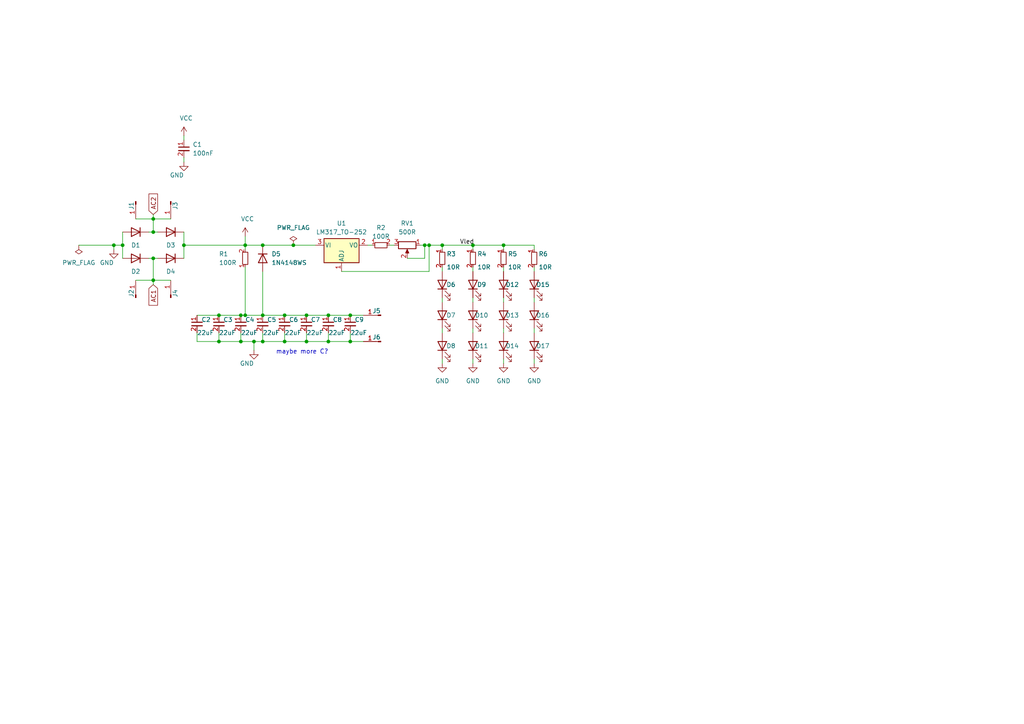
<source format=kicad_sch>
(kicad_sch (version 20231120) (generator "eeschema") (generator_version "8.0")
  (paper "A4")
  (lib_symbols
    (symbol "Connector:Conn_01x01_Pin" (pin_names (offset 1.016) hide)
      (property "Reference" "J" (at 0 2.54 0))
      (property "Value" "Conn_01x01_Pin" (at 0 -2.54 0))
      (symbol "Conn_01x01_Pin_1_1"
        (polyline (pts (xy 1.27 0) (xy 0.8636 0)) (stroke (width 0.1524)))
        (rectangle (start 0.8636 0.127) (end 0 -0.127) (stroke (width 0.1524)) (fill (type outline)))
        (pin passive line (at 5.08 0 180) (length 3.81) (name "Pin_1") (number "1"))
      )
    )
    (symbol "Device:LED" (pin_numbers hide) (pin_names (offset 1.016) hide)
      (property "Reference" "D" (at 0 2.54 0))
      (property "Value" "LED" (at 0 -2.54 0))
      (symbol "LED_0_1"
        (polyline (pts (xy -1.27 -1.27) (xy -1.27 1.27)) (stroke (width 0.254)))
        (polyline (pts (xy -1.27 0) (xy 1.27 0)))
        (polyline (pts (xy 1.27 -1.27) (xy 1.27 1.27) (xy -1.27 0) (xy 1.27 -1.27)) (stroke (width 0.254)))
        (polyline (pts (xy -3.048 -0.762) (xy -4.572 -2.286) (xy -3.81 -2.286) (xy -4.572 -2.286) (xy -4.572 -1.524)))
        (polyline (pts (xy -1.778 -0.762) (xy -3.302 -2.286) (xy -2.54 -2.286) (xy -3.302 -2.286) (xy -3.302 -1.524)))
      )
      (symbol "LED_1_1"
        (pin passive line (at -3.81 0 0) (length 2.54) (name "K") (number "1"))
        (pin passive line (at 3.81 0 180) (length 2.54) (name "A") (number "2"))
      )
    )
    (symbol "Device:R_Potentiometer" (pin_names (offset 1.016) hide)
      (property "Reference" "RV" (at -4.445 0 90))
      (property "Value" "R_Potentiometer" (at -2.54 0 90))
      (symbol "R_Potentiometer_0_1"
        (polyline (pts (xy 2.54 0) (xy 1.524 0)))
        (polyline (pts (xy 1.143 0) (xy 2.286 0.508) (xy 2.286 -0.508) (xy 1.143 0)) (fill (type outline)))
        (rectangle (start 1.016 2.54) (end -1.016 -2.54) (stroke (width 0.254)))
      )
      (symbol "R_Potentiometer_1_1"
        (pin passive line (at 0 3.81 270) (length 1.27) (name "1") (number "1"))
        (pin passive line (at 3.81 0 180) (length 1.27) (name "2") (number "2"))
        (pin passive line (at 0 -3.81 90) (length 1.27) (name "3") (number "3"))
      )
    )
    (symbol "Regulator_Linear:LM317_TO-252" (pin_names (offset 0.254))
      (property "Reference" "U" (at -3.81 3.175 0))
      (property "Value" "LM317_TO-252" (at 0 3.175 0))
      (symbol "LM317_TO-252_0_1"
        (rectangle (start -5.08 1.905) (end 5.08 -5.08) (stroke (width 0.254)) (fill (type background)))
      )
      (symbol "LM317_TO-252_1_1"
        (pin input line (at 0 -7.62 90) (length 2.54) (name "ADJ") (number "1"))
        (pin power_out line (at 7.62 0 180) (length 2.54) (name "VO") (number "2"))
        (pin power_in line (at -7.62 0 0) (length 2.54) (name "VI") (number "3"))
      )
    )
    (symbol "capacitor_miscellaneous:C_0603_100nF"
      (property "Reference" "U" (at 1.27 2.54 0))
      (property "Value" "100nF" (at 3.81 -2.54 0))
      (property "JLCPCB Part#" "C14663" (at 0 0 0))
      (symbol "C_0603_100nF_0_1"
        (polyline (pts (xy -1.524 -0.508) (xy 1.524 -0.508)) (stroke (width 0.3302)))
        (polyline (pts (xy -1.524 0.508) (xy 1.524 0.508)) (stroke (width 0.3048)))
      )
      (symbol "C_0603_100nF_1_1"
        (pin passive line (at 0 2.54 270) (length 2.032) (name "~") (number "1"))
        (pin passive line (at 0 -2.54 90) (length 2.032) (name "~") (number "2"))
      )
    )
    (symbol "capacitor_miscellaneous:C_1206_47uF"
      (property "Reference" "C" (at 1.27 2.54 0))
      (property "Value" "47uF" (at 3.81 -2.54 0))
      (property "JLCPCB Part#" "C96123" (at 0 0 0))
      (symbol "C_1206_47uF_0_1"
        (polyline (pts (xy -1.524 -0.508) (xy 1.524 -0.508)) (stroke (width 0.3302)))
        (polyline (pts (xy -1.524 0.508) (xy 1.524 0.508)) (stroke (width 0.3048)))
      )
      (symbol "C_1206_47uF_1_1"
        (pin passive line (at 0 2.54 270) (length 2.032) (name "~") (number "1"))
        (pin passive line (at 0 -2.54 90) (length 2.032) (name "~") (number "2"))
      )
    )
    (symbol "custom_kicad_lib_sk:1N4148WS" (pin_numbers hide) (pin_names hide)
      (property "Reference" "D" (at 0 2.54 0))
      (property "Value" "1N4148WS" (at 0 -2.54 0))
      (symbol "1N4148WS_0_1"
        (polyline (pts (xy -1.27 1.27) (xy -1.27 -1.27)) (stroke (width 0.254)))
        (polyline (pts (xy 1.27 0) (xy -1.27 0)))
        (polyline (pts (xy 1.27 1.27) (xy 1.27 -1.27) (xy -1.27 0) (xy 1.27 1.27)) (stroke (width 0.254)))
      )
      (symbol "1N4148WS_1_1"
        (pin passive line (at -3.81 0 0) (length 2.54) (name "K") (number "1"))
        (pin passive line (at 3.81 0 180) (length 2.54) (name "A") (number "2"))
      )
    )
    (symbol "power:GND" (power) (pin_names (offset 0))
      (property "Value" "GND" (at 0 -3.81 0))
      (symbol "GND_0_1"
        (polyline (pts (xy 0 0) (xy 0 -1.27) (xy 1.27 -1.27) (xy 0 -2.54) (xy -1.27 -1.27) (xy 0 -1.27)))
      )
      (symbol "GND_1_1"
        (pin power_in line (at 0 0 270) (length 0) hide (name "GND") (number "1"))
      )
    )
    (symbol "power:PWR_FLAG" (power) (pin_numbers hide) (pin_names (offset 0) hide)
      (property "Value" "PWR_FLAG" (at 0 3.81 0))
      (symbol "PWR_FLAG_0_0"
        (pin power_out line (at 0 0 90) (length 0) (name "pwr") (number "1"))
      )
      (symbol "PWR_FLAG_0_1"
        (polyline (pts (xy 0 0) (xy 0 1.27) (xy -1.016 1.905) (xy 0 2.54) (xy 1.016 1.905) (xy 0 1.27)))
      )
    )
    (symbol "power:VCC" (power) (pin_names (offset 0))
      (property "Value" "VCC" (at 0 3.81 0))
      (symbol "VCC_0_1"
        (polyline (pts (xy -0.762 1.27) (xy 0 2.54)))
        (polyline (pts (xy 0 0) (xy 0 2.54)))
        (polyline (pts (xy 0 2.54) (xy 0.762 1.27)))
      )
      (symbol "VCC_1_1"
        (pin power_in line (at 0 0 90) (length 0) hide (name "VCC") (number "1"))
      )
    )
    (symbol "resistors_0603:R_100R_0603"
      (property "Reference" "R" (at 1.27 2.54 0))
      (property "Value" "100R" (at 2.54 -2.54 0))
      (symbol "R_100R_0603_0_1"
        (rectangle (start -0.762 1.778) (end 0.762 -1.778) (stroke (width 0.2032)))
      )
      (symbol "R_100R_0603_1_1"
        (pin passive line (at 0 2.54 270) (length 0.762) (name "~") (number "1"))
        (pin passive line (at 0 -2.54 90) (length 0.762) (name "~") (number "2"))
      )
    )
    (symbol "resistors_0603:R_10R_0603"
      (property "Reference" "R" (at 1.27 2.54 0))
      (property "Value" "10R" (at 2.54 -2.54 0))
      (symbol "R_10R_0603_0_1"
        (rectangle (start -0.762 1.778) (end 0.762 -1.778) (stroke (width 0.2032)))
      )
      (symbol "R_10R_0603_1_1"
        (pin passive line (at 0 2.54 270) (length 0.762) (name "~") (number "1"))
        (pin passive line (at 0 -2.54 90) (length 0.762) (name "~") (number "2"))
      )
    )
    (symbol "resistors_0805:R_100R_0805"
      (property "Reference" "R" (at 1.27 2.54 0))
      (property "Value" "100R" (at 2.54 -2.54 0))
      (symbol "R_100R_0805_0_1"
        (rectangle (start -0.762 1.778) (end 0.762 -1.778) (stroke (width 0.2032)))
      )
      (symbol "R_100R_0805_1_1"
        (pin passive line (at 0 2.54 270) (length 0.762) (name "~") (number "1"))
        (pin passive line (at 0 -2.54 90) (length 0.762) (name "~") (number "2"))
      )
    )
  )
  (junction (at 88.9 91.44))
  (junction (at 69.85 99.06))
  (junction (at 44.45 67.31))
  (junction (at 123.19 71.12))
  (junction (at 76.2 71.12))
  (junction (at 124.46 71.12))
  (junction (at 82.55 91.44))
  (junction (at 33.02 71.12))
  (junction (at 71.12 71.12))
  (junction (at 63.5 91.44))
  (junction (at 95.25 99.06))
  (junction (at 85.09 71.12))
  (junction (at 35.56 71.12))
  (junction (at 73.66 99.06))
  (junction (at 44.45 63.5))
  (junction (at 101.6 99.06))
  (junction (at 95.25 91.44))
  (junction (at 71.12 91.44))
  (junction (at 76.2 91.44))
  (junction (at 44.45 81.28))
  (junction (at 82.55 99.06))
  (junction (at 128.27 71.12))
  (junction (at 63.5 99.06))
  (junction (at 101.6 91.44))
  (junction (at 88.9 99.06))
  (junction (at 146.05 71.12))
  (junction (at 53.34 71.12))
  (junction (at 137.16 71.12))
  (junction (at 44.45 74.93))
  (junction (at 69.85 91.44))
  (junction (at 76.2 99.06))
  (wire (pts (xy 137.16 105.41) (xy 137.16 104.14)))
  (wire (pts (xy 146.05 72.39) (xy 146.05 71.12)))
  (wire (pts (xy 95.25 99.06) (xy 101.6 99.06)))
  (wire (pts (xy 124.46 78.74) (xy 99.06 78.74)))
  (wire (pts (xy 57.15 99.06) (xy 63.5 99.06)))
  (wire (pts (xy 57.15 96.52) (xy 57.15 99.06)))
  (wire (pts (xy 128.27 77.47) (xy 128.27 78.74)))
  (wire (pts (xy 44.45 74.93) (xy 44.45 81.28)))
  (wire (pts (xy 44.45 67.31) (xy 43.18 67.31)))
  (wire (pts (xy 82.55 91.44) (xy 88.9 91.44)))
  (wire (pts (xy 22.86 71.12) (xy 33.02 71.12)))
  (wire (pts (xy 154.94 86.36) (xy 154.94 87.63)))
  (wire (pts (xy 44.45 63.5) (xy 39.37 63.5)))
  (wire (pts (xy 95.25 96.52) (xy 95.25 99.06)))
  (wire (pts (xy 63.5 91.44) (xy 69.85 91.44)))
  (wire (pts (xy 128.27 105.41) (xy 128.27 104.14)))
  (wire (pts (xy 137.16 86.36) (xy 137.16 87.63)))
  (wire (pts (xy 124.46 71.12) (xy 128.27 71.12)))
  (wire (pts (xy 123.19 71.12) (xy 124.46 71.12)))
  (wire (pts (xy 146.05 105.41) (xy 146.05 104.14)))
  (wire (pts (xy 76.2 99.06) (xy 82.55 99.06)))
  (wire (pts (xy 88.9 99.06) (xy 82.55 99.06)))
  (wire (pts (xy 71.12 91.44) (xy 76.2 91.44)))
  (wire (pts (xy 118.11 74.93) (xy 123.19 74.93)))
  (wire (pts (xy 128.27 86.36) (xy 128.27 87.63)))
  (wire (pts (xy 71.12 68.58) (xy 71.12 71.12)))
  (wire (pts (xy 88.9 91.44) (xy 95.25 91.44)))
  (wire (pts (xy 44.45 74.93) (xy 43.18 74.93)))
  (wire (pts (xy 123.19 74.93) (xy 123.19 71.12)))
  (wire (pts (xy 71.12 71.12) (xy 71.12 72.39)))
  (wire (pts (xy 57.15 91.44) (xy 63.5 91.44)))
  (wire (pts (xy 44.45 63.5) (xy 44.45 67.31)))
  (wire (pts (xy 146.05 95.25) (xy 146.05 96.52)))
  (wire (pts (xy 154.94 77.47) (xy 154.94 78.74)))
  (wire (pts (xy 101.6 91.44) (xy 105.41 91.44)))
  (wire (pts (xy 44.45 81.28) (xy 39.37 81.28)))
  (wire (pts (xy 137.16 71.12) (xy 146.05 71.12)))
  (wire (pts (xy 128.27 71.12) (xy 137.16 71.12)))
  (wire (pts (xy 101.6 99.06) (xy 105.41 99.06)))
  (wire (pts (xy 128.27 72.39) (xy 128.27 71.12)))
  (wire (pts (xy 76.2 91.44) (xy 82.55 91.44)))
  (wire (pts (xy 63.5 99.06) (xy 63.5 96.52)))
  (wire (pts (xy 101.6 96.52) (xy 101.6 99.06)))
  (wire (pts (xy 49.53 63.5) (xy 44.45 63.5)))
  (wire (pts (xy 82.55 99.06) (xy 82.55 96.52)))
  (wire (pts (xy 69.85 99.06) (xy 69.85 96.52)))
  (wire (pts (xy 106.68 71.12) (xy 107.95 71.12)))
  (wire (pts (xy 137.16 77.47) (xy 137.16 78.74)))
  (wire (pts (xy 73.66 99.06) (xy 69.85 99.06)))
  (wire (pts (xy 114.3 71.12) (xy 113.03 71.12)))
  (wire (pts (xy 76.2 99.06) (xy 76.2 96.52)))
  (wire (pts (xy 53.34 71.12) (xy 71.12 71.12)))
  (wire (pts (xy 128.27 95.25) (xy 128.27 96.52)))
  (wire (pts (xy 53.34 39.37) (xy 53.34 40.64)))
  (wire (pts (xy 69.85 91.44) (xy 71.12 91.44)))
  (wire (pts (xy 137.16 95.25) (xy 137.16 96.52)))
  (wire (pts (xy 49.53 81.28) (xy 44.45 81.28)))
  (wire (pts (xy 73.66 101.6) (xy 73.66 99.06)))
  (wire (pts (xy 73.66 99.06) (xy 76.2 99.06)))
  (wire (pts (xy 146.05 77.47) (xy 146.05 78.74)))
  (wire (pts (xy 63.5 99.06) (xy 69.85 99.06)))
  (wire (pts (xy 137.16 72.39) (xy 137.16 71.12)))
  (wire (pts (xy 53.34 67.31) (xy 53.34 71.12)))
  (wire (pts (xy 123.19 71.12) (xy 121.92 71.12)))
  (wire (pts (xy 146.05 86.36) (xy 146.05 87.63)))
  (wire (pts (xy 53.34 46.99) (xy 53.34 45.72)))
  (wire (pts (xy 35.56 71.12) (xy 35.56 74.93)))
  (wire (pts (xy 95.25 91.44) (xy 101.6 91.44)))
  (wire (pts (xy 44.45 62.23) (xy 44.45 63.5)))
  (wire (pts (xy 88.9 99.06) (xy 95.25 99.06)))
  (wire (pts (xy 124.46 71.12) (xy 124.46 78.74)))
  (wire (pts (xy 154.94 105.41) (xy 154.94 104.14)))
  (wire (pts (xy 44.45 74.93) (xy 45.72 74.93)))
  (wire (pts (xy 71.12 77.47) (xy 71.12 91.44)))
  (wire (pts (xy 76.2 71.12) (xy 85.09 71.12)))
  (wire (pts (xy 33.02 71.12) (xy 35.56 71.12)))
  (wire (pts (xy 88.9 96.52) (xy 88.9 99.06)))
  (wire (pts (xy 33.02 72.39) (xy 33.02 71.12)))
  (wire (pts (xy 154.94 95.25) (xy 154.94 96.52)))
  (wire (pts (xy 154.94 71.12) (xy 154.94 72.39)))
  (wire (pts (xy 71.12 71.12) (xy 76.2 71.12)))
  (wire (pts (xy 76.2 78.74) (xy 76.2 91.44)))
  (wire (pts (xy 154.94 71.12) (xy 146.05 71.12)))
  (wire (pts (xy 44.45 81.28) (xy 44.45 82.55)))
  (wire (pts (xy 35.56 67.31) (xy 35.56 71.12)))
  (wire (pts (xy 53.34 71.12) (xy 53.34 74.93)))
  (wire (pts (xy 44.45 67.31) (xy 45.72 67.31)))
  (wire (pts (xy 85.09 71.12) (xy 91.44 71.12)))
  (text "maybe more C?" (at 80.01 102.87 0) (effects (font (size 1.27 1.27)) (justify left bottom)))
  (label "Vled" (at 133.35 71.12 0))
  (global_label "AC1" (shape input) (at 44.45 82.55 270) (property "Intersheetrefs" "${INTERSHEET_REFS}" (effects (hide yes))))
  (global_label "AC2" (shape input) (at 44.45 62.23 90) (property "Intersheetrefs" "${INTERSHEET_REFS}" (effects (hide yes))))
  (symbol (lib_id "Device:LED") (at 154.94 82.55 90) (unit 1)
    (property "Reference" "D15" (at 157.48 82.55 90))
    (property "Value" "LED" (effects (hide yes)))
    (property "Footprint" "LED_SMD:LED_0805_2012Metric" (effects (hide yes)))
    (property "JLCPCB Part#" "C965820" (effects (hide yes)))
  )
  (symbol (lib_id "power:GND") (at 146.05 105.41 0) (unit 1)
    (property "Reference" "#PWR08" (effects (hide yes)))
    (property "Value" "GND" (at 146.05 110.49 0))
  )
  (symbol (lib_id "custom_kicad_lib_sk:1N4148WS") (at 76.2 74.93 270) (unit 1)
    (property "Reference" "D5" (at 78.74 73.66 90) (effects (justify left)))
    (property "Value" "1N4148WS" (at 78.74 76.2 90) (effects (justify left)))
    (property "Footprint" "Diode_SMD:D_SOD-323" (effects (hide yes)))
    (property "Datasheet" "https://www.vishay.com/docs/85751/1n4148ws.pdf" (effects (hide yes)))
    (property "Sim.Device" "D" (effects (hide yes)))
    (property "Sim.Pins" "1=K 2=A" (effects (hide yes)))
    (property "JLCPCB Part#" "C2128" (effects (hide yes)))
  )
  (symbol (lib_id "capacitor_miscellaneous:C_1206_47uF") (at 95.25 93.98 0) (unit 1)
    (property "Reference" "C8" (at 96.52 92.71 0) (effects (justify left)))
    (property "Value" "22uF" (at 95.25 96.52 0) (effects (justify left)))
    (property "Footprint" "Capacitor_SMD:C_1206_3216Metric" (effects (hide yes)))
    (property "JLCPCB Part#" "C12891" (effects (hide yes)))
  )
  (symbol (lib_id "power:GND") (at 73.66 101.6 0) (unit 1)
    (property "Reference" "#PWR05" (effects (hide yes)))
    (property "Value" "GND" (at 73.66 105.41 0) (effects (justify right)))
  )
  (symbol (lib_id "capacitor_miscellaneous:C_1206_47uF") (at 57.15 93.98 0) (unit 1)
    (property "Reference" "C2" (at 58.42 92.71 0) (effects (justify left)))
    (property "Value" "22uF" (at 57.15 96.52 0) (effects (justify left)))
    (property "Footprint" "Capacitor_SMD:C_1206_3216Metric" (effects (hide yes)))
    (property "JLCPCB Part#" "C12891" (effects (hide yes)))
  )
  (symbol (lib_id "Connector:Conn_01x01_Pin") (at 49.53 86.36 90) (unit 1)
    (property "Reference" "J4" (at 50.8 85.09 0))
    (property "Value" "Conn_01x01_Pin" (effects (hide yes)))
    (property "Footprint" "custom_kicad_lib_sk:01_solderpad_2.54" (effects (hide yes)))
  )
  (symbol (lib_id "resistors_0603:R_100R_0603") (at 110.49 71.12 90) (unit 1)
    (property "Reference" "R2" (at 110.49 66.04 90))
    (property "Value" "100R" (at 110.49 68.58 90))
    (property "Footprint" "custom_kicad_lib_sk:R_0603_smalltext" (effects (hide yes)))
    (property "JLCPCB Part#" "C22775" (effects (hide yes)))
  )
  (symbol (lib_id "power:GND") (at 154.94 105.41 0) (unit 1)
    (property "Reference" "#PWR09" (effects (hide yes)))
    (property "Value" "GND" (at 154.94 110.49 0))
  )
  (symbol (lib_id "capacitor_miscellaneous:C_1206_47uF") (at 69.85 93.98 0) (unit 1)
    (property "Reference" "C4" (at 71.12 92.71 0) (effects (justify left)))
    (property "Value" "22uF" (at 69.85 96.52 0) (effects (justify left)))
    (property "Footprint" "Capacitor_SMD:C_1206_3216Metric" (effects (hide yes)))
    (property "JLCPCB Part#" "C12891" (effects (hide yes)))
  )
  (symbol (lib_id "resistors_0603:R_10R_0603") (at 146.05 74.93 0) (unit 1)
    (property "Reference" "R5" (at 147.32 73.66 0) (effects (justify left)))
    (property "Value" "10R" (at 147.32 77.47 0) (effects (justify left)))
    (property "Footprint" "custom_kicad_lib_sk:R_0603_smalltext" (effects (hide yes)))
    (property "JLCPCB Part#" "C22859" (effects (hide yes)))
  )
  (symbol (lib_id "Device:LED") (at 137.16 82.55 90) (unit 1)
    (property "Reference" "D9" (at 139.7 82.55 90))
    (property "Value" "LED" (effects (hide yes)))
    (property "Footprint" "LED_SMD:LED_0805_2012Metric" (effects (hide yes)))
    (property "JLCPCB Part#" "C965820" (effects (hide yes)))
  )
  (symbol (lib_id "Connector:Conn_01x01_Pin") (at 39.37 58.42 270) (unit 1)
    (property "Reference" "J1" (at 38.1 59.69 0))
    (property "Value" "Conn_01x01_Pin" (effects (hide yes)))
    (property "Footprint" "custom_kicad_lib_sk:01_solderpad_2.54" (effects (hide yes)))
  )
  (symbol (lib_id "custom_kicad_lib_sk:1N4148WS") (at 39.37 67.31 180) (unit 1)
    (property "Reference" "D1" (at 39.37 71.12 0))
    (property "Value" "1N4148WS" (effects (hide yes)))
    (property "Footprint" "Diode_SMD:D_SOD-323" (effects (hide yes)))
    (property "Datasheet" "https://www.vishay.com/docs/85751/1n4148ws.pdf" (effects (hide yes)))
    (property "Sim.Device" "D" (effects (hide yes)))
    (property "Sim.Pins" "1=K 2=A" (effects (hide yes)))
    (property "JLCPCB Part#" "C2128" (effects (hide yes)))
  )
  (symbol (lib_id "Device:LED") (at 137.16 100.33 90) (unit 1)
    (property "Reference" "D11" (at 139.7 100.33 90))
    (property "Value" "LED" (effects (hide yes)))
    (property "Footprint" "LED_SMD:LED_0805_2012Metric" (effects (hide yes)))
    (property "JLCPCB Part#" "C965820" (effects (hide yes)))
  )
  (symbol (lib_id "capacitor_miscellaneous:C_1206_47uF") (at 63.5 93.98 0) (unit 1)
    (property "Reference" "C3" (at 64.77 92.71 0) (effects (justify left)))
    (property "Value" "22uF" (at 63.5 96.52 0) (effects (justify left)))
    (property "Footprint" "Capacitor_SMD:C_1206_3216Metric" (effects (hide yes)))
    (property "JLCPCB Part#" "C12891" (effects (hide yes)))
  )
  (symbol (lib_id "custom_kicad_lib_sk:1N4148WS") (at 49.53 67.31 180) (unit 1)
    (property "Reference" "D3" (at 49.53 71.12 0))
    (property "Value" "1N4148WS" (effects (hide yes)))
    (property "Footprint" "Diode_SMD:D_SOD-323" (effects (hide yes)))
    (property "Datasheet" "https://www.vishay.com/docs/85751/1n4148ws.pdf" (effects (hide yes)))
    (property "Sim.Device" "D" (effects (hide yes)))
    (property "Sim.Pins" "1=K 2=A" (effects (hide yes)))
    (property "JLCPCB Part#" "C2128" (effects (hide yes)))
  )
  (symbol (lib_id "capacitor_miscellaneous:C_1206_47uF") (at 101.6 93.98 0) (unit 1)
    (property "Reference" "C9" (at 102.87 92.71 0) (effects (justify left)))
    (property "Value" "22uF" (at 101.6 96.52 0) (effects (justify left)))
    (property "Footprint" "Capacitor_SMD:C_1206_3216Metric" (effects (hide yes)))
    (property "JLCPCB Part#" "C12891" (effects (hide yes)))
  )
  (symbol (lib_id "resistors_0805:R_100R_0805") (at 71.12 74.93 180) (unit 1)
    (property "Reference" "R1" (at 63.5 73.66 0) (effects (justify right)))
    (property "Value" "100R" (at 63.5 76.2 0) (effects (justify right)))
    (property "Footprint" "custom_kicad_lib_sk:R_0805_handsolder-smalltext" (effects (hide yes)))
    (property "JLCPCB Part#" "C17408" (effects (hide yes)))
  )
  (symbol (lib_id "Device:LED") (at 146.05 82.55 90) (unit 1)
    (property "Reference" "D12" (at 148.59 82.55 90))
    (property "Value" "LED" (effects (hide yes)))
    (property "Footprint" "LED_SMD:LED_0805_2012Metric" (effects (hide yes)))
    (property "JLCPCB Part#" "C965820" (effects (hide yes)))
  )
  (symbol (lib_id "Device:LED") (at 128.27 91.44 90) (unit 1)
    (property "Reference" "D7" (at 130.81 91.44 90))
    (property "Value" "LED" (effects (hide yes)))
    (property "Footprint" "LED_SMD:LED_0805_2012Metric" (effects (hide yes)))
    (property "JLCPCB Part#" "C965820" (effects (hide yes)))
  )
  (symbol (lib_id "Connector:Conn_01x01_Pin") (at 110.49 91.44 180) (unit 1)
    (property "Reference" "J5" (at 109.22 90.17 0))
    (property "Value" "Conn_01x01_Pin" (effects (hide yes)))
    (property "Footprint" "custom_kicad_lib_sk:01_solderpad_2.54" (effects (hide yes)))
  )
  (symbol (lib_id "power:GND") (at 137.16 105.41 0) (unit 1)
    (property "Reference" "#PWR07" (effects (hide yes)))
    (property "Value" "GND" (at 137.16 110.49 0))
  )
  (symbol (lib_id "Connector:Conn_01x01_Pin") (at 49.53 58.42 270) (unit 1)
    (property "Reference" "J3" (at 50.8 59.69 0))
    (property "Value" "Conn_01x01_Pin" (effects (hide yes)))
    (property "Footprint" "custom_kicad_lib_sk:01_solderpad_2.54" (effects (hide yes)))
  )
  (symbol (lib_id "Device:LED") (at 154.94 91.44 90) (unit 1)
    (property "Reference" "D16" (at 157.48 91.44 90))
    (property "Value" "LED" (effects (hide yes)))
    (property "Footprint" "LED_SMD:LED_0805_2012Metric" (effects (hide yes)))
    (property "JLCPCB Part#" "C965820" (effects (hide yes)))
  )
  (symbol (lib_id "capacitor_miscellaneous:C_1206_47uF") (at 88.9 93.98 0) (unit 1)
    (property "Reference" "C7" (at 90.17 92.71 0) (effects (justify left)))
    (property "Value" "22uF" (at 88.9 96.52 0) (effects (justify left)))
    (property "Footprint" "Capacitor_SMD:C_1206_3216Metric" (effects (hide yes)))
    (property "JLCPCB Part#" "C12891" (effects (hide yes)))
  )
  (symbol (lib_id "Regulator_Linear:LM317_TO-252") (at 99.06 71.12 0) (unit 1)
    (property "Reference" "U1" (at 99.06 64.77 0))
    (property "Value" "LM317_TO-252" (at 99.06 67.31 0))
    (property "Footprint" "Package_TO_SOT_SMD:TO-252-2" (effects (hide yes)))
    (property "Datasheet" "http://www.ti.com/lit/ds/snvs774n/snvs774n.pdf" (effects (hide yes)))
    (property "JLCPCB Part#" "C75510" (effects (hide yes)))
  )
  (symbol (lib_id "Device:R_Potentiometer") (at 118.11 71.12 270) (unit 1)
    (property "Reference" "RV1" (at 118.11 64.77 90))
    (property "Value" "500R" (at 118.11 67.31 90))
    (property "Footprint" "Potentiometer_SMD:Potentiometer_Bourns_TC33X_Vertical" (effects (hide yes)))
    (property "JLCPCB Part#" "C720649" (effects (hide yes)))
  )
  (symbol (lib_id "capacitor_miscellaneous:C_1206_47uF") (at 76.2 93.98 0) (unit 1)
    (property "Reference" "C5" (at 77.47 92.71 0) (effects (justify left)))
    (property "Value" "22uF" (at 76.2 96.52 0) (effects (justify left)))
    (property "Footprint" "Capacitor_SMD:C_1206_3216Metric" (effects (hide yes)))
    (property "JLCPCB Part#" "C12891" (effects (hide yes)))
  )
  (symbol (lib_id "Device:LED") (at 154.94 100.33 90) (unit 1)
    (property "Reference" "D17" (at 157.48 100.33 90))
    (property "Value" "LED" (effects (hide yes)))
    (property "Footprint" "LED_SMD:LED_0805_2012Metric" (effects (hide yes)))
    (property "JLCPCB Part#" "C965820" (effects (hide yes)))
  )
  (symbol (lib_id "power:GND") (at 128.27 105.41 0) (unit 1)
    (property "Reference" "#PWR06" (effects (hide yes)))
    (property "Value" "GND" (at 128.27 110.49 0))
  )
  (symbol (lib_id "custom_kicad_lib_sk:1N4148WS") (at 49.53 74.93 180) (unit 1)
    (property "Reference" "D4" (at 49.53 78.74 0))
    (property "Value" "1N4148WS" (effects (hide yes)))
    (property "Footprint" "Diode_SMD:D_SOD-323" (effects (hide yes)))
    (property "Datasheet" "https://www.vishay.com/docs/85751/1n4148ws.pdf" (effects (hide yes)))
    (property "Sim.Device" "D" (effects (hide yes)))
    (property "Sim.Pins" "1=K 2=A" (effects (hide yes)))
    (property "JLCPCB Part#" "C2128" (effects (hide yes)))
  )
  (symbol (lib_id "Device:LED") (at 137.16 91.44 90) (unit 1)
    (property "Reference" "D10" (at 139.7 91.44 90))
    (property "Value" "LED" (effects (hide yes)))
    (property "Footprint" "LED_SMD:LED_0805_2012Metric" (effects (hide yes)))
    (property "JLCPCB Part#" "C965820" (effects (hide yes)))
  )
  (symbol (lib_id "power:VCC") (at 53.34 39.37 0) (unit 1)
    (property "Reference" "#PWR02" (effects (hide yes)))
    (property "Value" "VCC" (at 52.07 34.29 0) (effects (justify left)))
  )
  (symbol (lib_id "resistors_0603:R_10R_0603") (at 154.94 74.93 0) (unit 1)
    (property "Reference" "R6" (at 156.21 73.66 0) (effects (justify left)))
    (property "Value" "10R" (at 156.21 77.47 0) (effects (justify left)))
    (property "Footprint" "custom_kicad_lib_sk:R_0603_smalltext" (effects (hide yes)))
    (property "JLCPCB Part#" "C22859" (effects (hide yes)))
  )
  (symbol (lib_id "power:GND") (at 53.34 46.99 0) (unit 1)
    (property "Reference" "#PWR03" (effects (hide yes)))
    (property "Value" "GND" (at 53.34 50.8 0) (effects (justify right)))
  )
  (symbol (lib_id "Device:LED") (at 128.27 100.33 90) (unit 1)
    (property "Reference" "D8" (at 130.81 100.33 90))
    (property "Value" "LED" (effects (hide yes)))
    (property "Footprint" "LED_SMD:LED_0805_2012Metric" (effects (hide yes)))
    (property "JLCPCB Part#" "C965820" (effects (hide yes)))
  )
  (symbol (lib_id "Connector:Conn_01x01_Pin") (at 39.37 86.36 90) (unit 1)
    (property "Reference" "J2" (at 38.1 85.09 0))
    (property "Value" "Conn_01x01_Pin" (effects (hide yes)))
    (property "Footprint" "custom_kicad_lib_sk:01_solderpad_2.54" (effects (hide yes)))
  )
  (symbol (lib_id "capacitor_miscellaneous:C_1206_47uF") (at 82.55 93.98 0) (unit 1)
    (property "Reference" "C6" (at 83.82 92.71 0) (effects (justify left)))
    (property "Value" "22uF" (at 82.55 96.52 0) (effects (justify left)))
    (property "Footprint" "Capacitor_SMD:C_1206_3216Metric" (effects (hide yes)))
    (property "JLCPCB Part#" "C12891" (effects (hide yes)))
  )
  (symbol (lib_id "power:PWR_FLAG") (at 85.09 71.12 0) (unit 1)
    (property "Reference" "#FLG01" (effects (hide yes)))
    (property "Value" "PWR_FLAG" (at 85.09 66.04 0))
  )
  (symbol (lib_id "Device:LED") (at 146.05 100.33 90) (unit 1)
    (property "Reference" "D14" (at 148.59 100.33 90))
    (property "Value" "LED" (effects (hide yes)))
    (property "Footprint" "LED_SMD:LED_0805_2012Metric" (effects (hide yes)))
    (property "JLCPCB Part#" "C965820" (effects (hide yes)))
  )
  (symbol (lib_id "Device:LED") (at 146.05 91.44 90) (unit 1)
    (property "Reference" "D13" (at 148.59 91.44 90))
    (property "Value" "LED" (effects (hide yes)))
    (property "Footprint" "LED_SMD:LED_0805_2012Metric" (effects (hide yes)))
    (property "JLCPCB Part#" "C965820" (effects (hide yes)))
  )
  (symbol (lib_id "Connector:Conn_01x01_Pin") (at 110.49 99.06 180) (unit 1)
    (property "Reference" "J6" (at 109.22 97.79 0))
    (property "Value" "Conn_01x01_Pin" (effects (hide yes)))
    (property "Footprint" "custom_kicad_lib_sk:01_solderpad_2.54" (effects (hide yes)))
  )
  (symbol (lib_id "resistors_0603:R_10R_0603") (at 137.16 74.93 0) (unit 1)
    (property "Reference" "R4" (at 138.43 73.66 0) (effects (justify left)))
    (property "Value" "10R" (at 138.43 77.47 0) (effects (justify left)))
    (property "Footprint" "custom_kicad_lib_sk:R_0603_smalltext" (effects (hide yes)))
    (property "JLCPCB Part#" "C22859" (effects (hide yes)))
  )
  (symbol (lib_id "power:GND") (at 33.02 72.39 0) (unit 1)
    (property "Reference" "#PWR01" (effects (hide yes)))
    (property "Value" "GND" (at 33.02 76.2 0) (effects (justify right)))
  )
  (symbol (lib_id "power:PWR_FLAG") (at 22.86 71.12 180) (unit 1)
    (property "Reference" "#FLG02" (effects (hide yes)))
    (property "Value" "PWR_FLAG" (at 22.86 76.2 0))
  )
  (symbol (lib_id "Device:LED") (at 128.27 82.55 90) (unit 1)
    (property "Reference" "D6" (at 130.81 82.55 90))
    (property "Value" "LED" (effects (hide yes)))
    (property "Footprint" "LED_SMD:LED_0805_2012Metric" (effects (hide yes)))
    (property "JLCPCB Part#" "C965820" (effects (hide yes)))
  )
  (symbol (lib_id "capacitor_miscellaneous:C_0603_100nF") (at 53.34 43.18 0) (unit 1)
    (property "Reference" "C1" (at 55.88 41.9163 0) (effects (justify left)))
    (property "Value" "100nF" (at 55.88 44.4563 0) (effects (justify left)))
    (property "Footprint" "Capacitor_SMD:C_0603_1608Metric" (effects (hide yes)))
    (property "JLCPCB Part#" "C14663" (effects (hide yes)))
  )
  (symbol (lib_id "power:VCC") (at 71.12 68.58 0) (unit 1)
    (property "Reference" "#PWR04" (effects (hide yes)))
    (property "Value" "VCC" (at 69.85 63.5 0) (effects (justify left)))
  )
  (symbol (lib_id "resistors_0603:R_10R_0603") (at 128.27 74.93 0) (unit 1)
    (property "Reference" "R3" (at 129.54 73.66 0) (effects (justify left)))
    (property "Value" "10R" (at 129.54 77.47 0) (effects (justify left)))
    (property "Footprint" "custom_kicad_lib_sk:R_0603_smalltext" (effects (hide yes)))
    (property "JLCPCB Part#" "C22859" (effects (hide yes)))
  )
  (symbol (lib_id "custom_kicad_lib_sk:1N4148WS") (at 39.37 74.93 180) (unit 1)
    (property "Reference" "D2" (at 39.37 78.74 0))
    (property "Value" "1N4148WS" (effects (hide yes)))
    (property "Footprint" "Diode_SMD:D_SOD-323" (effects (hide yes)))
    (property "Datasheet" "https://www.vishay.com/docs/85751/1n4148ws.pdf" (effects (hide yes)))
    (property "Sim.Device" "D" (effects (hide yes)))
    (property "Sim.Pins" "1=K 2=A" (effects (hide yes)))
    (property "JLCPCB Part#" "C2128" (effects (hide yes)))
  )
)
</source>
